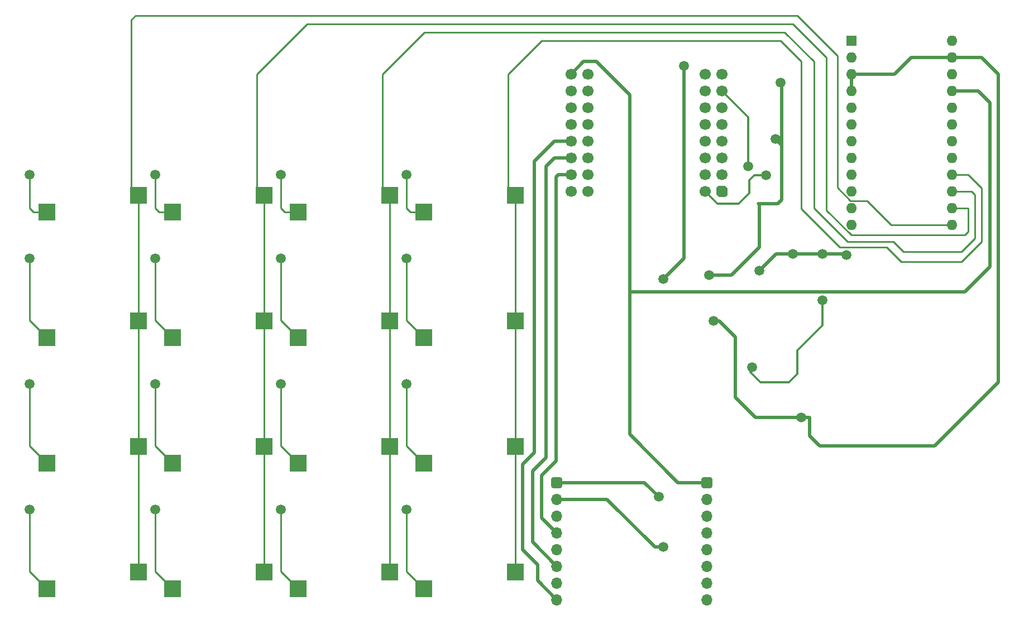
<source format=gbr>
%TF.GenerationSoftware,KiCad,Pcbnew,(6.0.1)*%
%TF.CreationDate,2022-11-10T11:11:30+08:00*%
%TF.ProjectId,Scroller1,5363726f-6c6c-4657-9231-2e6b69636164,rev?*%
%TF.SameCoordinates,Original*%
%TF.FileFunction,Copper,L2,Bot*%
%TF.FilePolarity,Positive*%
%FSLAX46Y46*%
G04 Gerber Fmt 4.6, Leading zero omitted, Abs format (unit mm)*
G04 Created by KiCad (PCBNEW (6.0.1)) date 2022-11-10 11:11:30*
%MOMM*%
%LPD*%
G01*
G04 APERTURE LIST*
G04 Aperture macros list*
%AMRoundRect*
0 Rectangle with rounded corners*
0 $1 Rounding radius*
0 $2 $3 $4 $5 $6 $7 $8 $9 X,Y pos of 4 corners*
0 Add a 4 corners polygon primitive as box body*
4,1,4,$2,$3,$4,$5,$6,$7,$8,$9,$2,$3,0*
0 Add four circle primitives for the rounded corners*
1,1,$1+$1,$2,$3*
1,1,$1+$1,$4,$5*
1,1,$1+$1,$6,$7*
1,1,$1+$1,$8,$9*
0 Add four rect primitives between the rounded corners*
20,1,$1+$1,$2,$3,$4,$5,0*
20,1,$1+$1,$4,$5,$6,$7,0*
20,1,$1+$1,$6,$7,$8,$9,0*
20,1,$1+$1,$8,$9,$2,$3,0*%
%AMFreePoly0*
4,1,19,-0.850000,0.510000,-0.510000,0.850000,0.255000,0.850000,0.408997,0.829726,0.552500,0.770285,0.675729,0.675729,0.770285,0.552500,0.829726,0.408997,0.850000,0.255000,0.850000,-0.510000,0.510000,-0.850000,-0.255000,-0.850000,-0.408997,-0.829726,-0.552500,-0.770285,-0.675729,-0.675729,-0.770285,-0.552500,-0.829726,-0.408997,-0.850000,-0.255000,-0.850000,0.510000,-0.850000,0.510000,
$1*%
G04 Aperture macros list end*
%TA.AperFunction,SMDPad,CuDef*%
%ADD10R,2.550000X2.500000*%
%TD*%
%TA.AperFunction,ComponentPad*%
%ADD11RoundRect,0.399500X0.450500X0.450500X-0.450500X0.450500X-0.450500X-0.450500X0.450500X-0.450500X0*%
%TD*%
%TA.AperFunction,ComponentPad*%
%ADD12O,1.700000X1.700000*%
%TD*%
%TA.AperFunction,ComponentPad*%
%ADD13FreePoly0,180.000000*%
%TD*%
%TA.AperFunction,ComponentPad*%
%ADD14C,1.700000*%
%TD*%
%TA.AperFunction,ComponentPad*%
%ADD15R,1.600000X1.600000*%
%TD*%
%TA.AperFunction,ComponentPad*%
%ADD16O,1.600000X1.600000*%
%TD*%
%TA.AperFunction,ViaPad*%
%ADD17C,1.500000*%
%TD*%
%TA.AperFunction,Conductor*%
%ADD18C,0.250000*%
%TD*%
%TA.AperFunction,Conductor*%
%ADD19C,0.300000*%
%TD*%
%TA.AperFunction,Conductor*%
%ADD20C,0.500000*%
%TD*%
G04 APERTURE END LIST*
D10*
%TO.P,SW_1_3,1,A*%
%TO.N,Net-(D1_3-Pad2)*%
X73152000Y-105029000D03*
%TO.P,SW_1_3,2,B*%
%TO.N,/Col 4*%
X87002000Y-102489000D03*
%TD*%
%TO.P,SW_0_0,1,A*%
%TO.N,Net-(D0_0-Pad2)*%
X130302000Y-85979000D03*
%TO.P,SW_0_0,2,B*%
%TO.N,/Col 1*%
X144152000Y-83439000D03*
%TD*%
%TO.P,SW_1_1,1,A*%
%TO.N,Net-(D1_1-Pad2)*%
X111252000Y-105029000D03*
%TO.P,SW_1_1,2,B*%
%TO.N,/Col 2*%
X125102000Y-102489000D03*
%TD*%
%TO.P,SW_1_0,1,A*%
%TO.N,Net-(D1_0-Pad2)*%
X130302000Y-105029000D03*
%TO.P,SW_1_0,2,B*%
%TO.N,/Col 1*%
X144152000Y-102489000D03*
%TD*%
%TO.P,SW_0_1,1,A*%
%TO.N,Net-(D0_1-Pad2)*%
X111252000Y-85979000D03*
%TO.P,SW_0_1,2,B*%
%TO.N,/Col 2*%
X125102000Y-83439000D03*
%TD*%
%TO.P,SW_3_0,1,A*%
%TO.N,Net-(D3_0-Pad2)*%
X130302000Y-143129000D03*
%TO.P,SW_3_0,2,B*%
%TO.N,/Col 1*%
X144152000Y-140589000D03*
%TD*%
%TO.P,SW_2_1,1,A*%
%TO.N,Net-(D2_1-Pad2)*%
X111252000Y-124079000D03*
%TO.P,SW_2_1,2,B*%
%TO.N,/Col 2*%
X125102000Y-121539000D03*
%TD*%
%TO.P,SW_1_2,1,A*%
%TO.N,Net-(D1_2-Pad2)*%
X92202000Y-105029000D03*
%TO.P,SW_1_2,2,B*%
%TO.N,/Col 3*%
X106052000Y-102489000D03*
%TD*%
%TO.P,SW_0_3,1,A*%
%TO.N,Net-(D0_3-Pad2)*%
X73152000Y-85979000D03*
%TO.P,SW_0_3,2,B*%
%TO.N,/Col 4*%
X87002000Y-83439000D03*
%TD*%
%TO.P,SW_3_2,1,A*%
%TO.N,Net-(D3_2-Pad2)*%
X92202000Y-143129000D03*
%TO.P,SW_3_2,2,B*%
%TO.N,/Col 3*%
X106052000Y-140589000D03*
%TD*%
%TO.P,SW_3_1,1,A*%
%TO.N,Net-(D3_1-Pad2)*%
X111252000Y-143129000D03*
%TO.P,SW_3_1,2,B*%
%TO.N,/Col 2*%
X125102000Y-140589000D03*
%TD*%
%TO.P,SW_2_2,1,A*%
%TO.N,Net-(D2_2-Pad2)*%
X92202000Y-124079000D03*
%TO.P,SW_2_2,2,B*%
%TO.N,/Col 3*%
X106052000Y-121539000D03*
%TD*%
%TO.P,SW_2_3,1,A*%
%TO.N,Net-(D2_3-Pad2)*%
X73152000Y-124079000D03*
%TO.P,SW_2_3,2,B*%
%TO.N,/Col 4*%
X87002000Y-121539000D03*
%TD*%
%TO.P,SW_0_2,1,A*%
%TO.N,Net-(D0_2-Pad2)*%
X92202000Y-85979000D03*
%TO.P,SW_0_2,2,B*%
%TO.N,/Col 3*%
X106052000Y-83439000D03*
%TD*%
%TO.P,SW_3_3,1,A*%
%TO.N,Net-(D3_3-Pad2)*%
X73152000Y-143129000D03*
%TO.P,SW_3_3,2,B*%
%TO.N,/Col 4*%
X87002000Y-140589000D03*
%TD*%
%TO.P,SW_2_0,1,A*%
%TO.N,Net-(D2_0-Pad2)*%
X130302000Y-124079000D03*
%TO.P,SW_2_0,2,B*%
%TO.N,/Col 1*%
X144152000Y-121539000D03*
%TD*%
D11*
%TO.P,TMC1,1,+VCC_IO*%
%TO.N,+3V3*%
X150472107Y-126961107D03*
D12*
%TO.P,TMC1,2,GND*%
%TO.N,GND*%
X150472107Y-129501107D03*
%TO.P,TMC1,3,UH_in*%
%TO.N,/UH_In*%
X150472107Y-132041107D03*
%TO.P,TMC1,4,UL_in*%
%TO.N,/UL_In*%
X150472107Y-134581107D03*
%TO.P,TMC1,5,VH_in*%
%TO.N,/VH_In*%
X150472107Y-137121107D03*
%TO.P,TMC1,6,VL_in*%
%TO.N,/VL_In*%
X150472107Y-139661107D03*
%TO.P,TMC1,7,WH_in*%
%TO.N,/WH_In*%
X150472107Y-142201107D03*
%TO.P,TMC1,8,WL_in*%
%TO.N,/WL_In*%
X150472107Y-144741107D03*
D11*
%TO.P,TMC1,9,+VBAT*%
%TO.N,+5V*%
X173272107Y-126961107D03*
D12*
%TO.P,TMC1,10,GND*%
%TO.N,GND*%
X173272107Y-129501107D03*
%TO.P,TMC1,11,GND*%
X173272107Y-132041107D03*
%TO.P,TMC1,12,W*%
%TO.N,/W_Out*%
X173272107Y-134581107D03*
%TO.P,TMC1,13,V*%
%TO.N,/V_Out*%
X173272107Y-137121107D03*
%TO.P,TMC1,14,W*%
%TO.N,/U_Out*%
X173272107Y-139661107D03*
%TO.P,TMC1,15,GND*%
%TO.N,GND*%
X173272107Y-142201107D03*
%TO.P,TMC1,16,DIAG*%
%TO.N,unconnected-(TMC1-Pad16)*%
X173272107Y-144741107D03*
%TD*%
D13*
%TO.P,ESP32,1,EN*%
%TO.N,unconnected-(ESP32-Pad1)*%
X175500000Y-82804000D03*
D14*
%TO.P,ESP32,2,GPIO3*%
%TO.N,unconnected-(ESP32-Pad2)*%
X175500000Y-80264000D03*
%TO.P,ESP32,3,GPIO5*%
%TO.N,unconnected-(ESP32-Pad3)*%
X175500000Y-77724000D03*
%TO.P,ESP32,4,GPIO7*%
%TO.N,unconnected-(ESP32-Pad4)*%
X175500000Y-75184000D03*
%TO.P,ESP32,5,GPIO9*%
%TO.N,unconnected-(ESP32-Pad5)*%
X175500000Y-72644000D03*
%TO.P,ESP32,6,GPIO11*%
%TO.N,Net-(ESP32-Pad6)*%
X175500000Y-70104000D03*
%TO.P,ESP32,7,GPIO12*%
%TO.N,SDA*%
X175500000Y-67564000D03*
%TO.P,ESP32,8,3V3*%
%TO.N,+3V3*%
X175500000Y-65024000D03*
%TO.P,ESP32,9,VBUS*%
%TO.N,+5V*%
X152640000Y-65024000D03*
%TO.P,ESP32,10,GND*%
%TO.N,GND*%
X152640000Y-67564000D03*
%TO.P,ESP32,11,XTAL_32K_N*%
%TO.N,unconnected-(ESP32-Pad11)*%
X152640000Y-70104000D03*
%TO.P,ESP32,12,DAC_2*%
%TO.N,unconnected-(ESP32-Pad12)*%
X152640000Y-72644000D03*
%TO.P,ESP32,13,GPIO33*%
%TO.N,/WL_In*%
X152640000Y-75184000D03*
%TO.P,ESP32,14,GPIO35*%
%TO.N,/VL_In*%
X152640000Y-77724000D03*
%TO.P,ESP32,15,GPIO37*%
%TO.N,/UL_In*%
X152640000Y-80264000D03*
%TO.P,ESP32,16,MTCK*%
%TO.N,Net-(ESP32-Pad16)*%
X152640000Y-82804000D03*
%TO.P,ESP32,17,GPIO1*%
%TO.N,Net-(ESP32-Pad17)*%
X172960000Y-82804000D03*
%TO.P,ESP32,18,GPIO2*%
%TO.N,unconnected-(ESP32-Pad18)*%
X172960000Y-80264000D03*
%TO.P,ESP32,19,GPIO4*%
%TO.N,CSn*%
X172960000Y-77724000D03*
%TO.P,ESP32,20,GPIO6*%
%TO.N,unconnected-(ESP32-Pad20)*%
X172960000Y-75184000D03*
%TO.P,ESP32,21,GPIO8*%
%TO.N,unconnected-(ESP32-Pad21)*%
X172960000Y-72644000D03*
%TO.P,ESP32,22,GPIO10*%
%TO.N,unconnected-(ESP32-Pad22)*%
X172960000Y-70104000D03*
%TO.P,ESP32,23,GPIO13*%
%TO.N,SCL*%
X172960000Y-67564000D03*
%TO.P,ESP32,24,GPIO14*%
%TO.N,unconnected-(ESP32-Pad24)*%
X172960000Y-65024000D03*
%TO.P,ESP32,25,XTAL_32K_P*%
%TO.N,unconnected-(ESP32-Pad25)*%
X155180000Y-65024000D03*
%TO.P,ESP32,26,GND*%
%TO.N,GND*%
X155180000Y-67564000D03*
%TO.P,ESP32,27,DAC_1*%
%TO.N,unconnected-(ESP32-Pad27)*%
X155180000Y-70104000D03*
%TO.P,ESP32,28,GPIO21*%
%TO.N,unconnected-(ESP32-Pad28)*%
X155180000Y-72644000D03*
%TO.P,ESP32,29,GPIO34*%
%TO.N,/WH_In*%
X155180000Y-75184000D03*
%TO.P,ESP32,30,GPIO36*%
%TO.N,/VH_In*%
X155180000Y-77724000D03*
%TO.P,ESP32,31,GPIO38*%
%TO.N,/UH_In*%
X155180000Y-80264000D03*
%TO.P,ESP32,32,MTDO*%
%TO.N,unconnected-(ESP32-Pad32)*%
X155180000Y-82804000D03*
%TD*%
D15*
%TO.P,QMK1,1,D1/TX*%
%TO.N,Net-(QMK1-Pad1)*%
X195185000Y-59944000D03*
D16*
%TO.P,QMK1,2,D0/RX*%
%TO.N,Net-(ESP32-Pad16)*%
X195185000Y-62484000D03*
%TO.P,QMK1,3,GND*%
%TO.N,GND*%
X195185000Y-65024000D03*
%TO.P,QMK1,4,GND*%
X195185000Y-67564000D03*
%TO.P,QMK1,5,D2*%
%TO.N,unconnected-(QMK1-Pad5)*%
X195185000Y-70104000D03*
%TO.P,QMK1,6,~D3*%
%TO.N,unconnected-(QMK1-Pad6)*%
X195185000Y-72644000D03*
%TO.P,QMK1,7,D4/A6*%
%TO.N,unconnected-(QMK1-Pad7)*%
X195185000Y-75184000D03*
%TO.P,QMK1,8,~D5*%
%TO.N,unconnected-(QMK1-Pad8)*%
X195185000Y-77724000D03*
%TO.P,QMK1,9,~D6/A7*%
%TO.N,unconnected-(QMK1-Pad9)*%
X195185000Y-80264000D03*
%TO.P,QMK1,10,D7*%
%TO.N,unconnected-(QMK1-Pad10)*%
X195185000Y-82804000D03*
%TO.P,QMK1,11,D8/A8*%
%TO.N,Net-(QMK1-Pad11)*%
X195185000Y-85344000D03*
%TO.P,QMK1,12,~D9/A9*%
%TO.N,unconnected-(QMK1-Pad12)*%
X195185000Y-87884000D03*
%TO.P,QMK1,13,~D10/A10*%
%TO.N,/Col 4*%
X210425000Y-87884000D03*
%TO.P,QMK1,14,D16*%
%TO.N,/Col 3*%
X210425000Y-85344000D03*
%TO.P,QMK1,15,D14*%
%TO.N,/Col 2*%
X210425000Y-82804000D03*
%TO.P,QMK1,16,D15*%
%TO.N,/Col 1*%
X210425000Y-80264000D03*
%TO.P,QMK1,17,D18/A0*%
%TO.N,/Row 4*%
X210425000Y-77724000D03*
%TO.P,QMK1,18,D19/A1*%
%TO.N,/Row 3*%
X210425000Y-75184000D03*
%TO.P,QMK1,19,D20/A2*%
%TO.N,/Row 2*%
X210425000Y-72644000D03*
%TO.P,QMK1,20,D21/A3*%
%TO.N,/Row 1*%
X210425000Y-70104000D03*
%TO.P,QMK1,21,VCC*%
%TO.N,+5V*%
X210425000Y-67564000D03*
%TO.P,QMK1,22,RST*%
%TO.N,unconnected-(QMK1-Pad22)*%
X210425000Y-65024000D03*
%TO.P,QMK1,23,GND*%
%TO.N,GND*%
X210425000Y-62484000D03*
%TO.P,QMK1,24,RAW*%
%TO.N,unconnected-(QMK1-Pad24)*%
X210425000Y-59944000D03*
%TD*%
D17*
%TO.N,Net-(D1_1-Pad2)*%
X108592000Y-92964000D03*
%TO.N,Net-(D2_1-Pad2)*%
X108592000Y-112014000D03*
%TO.N,Net-(D3_2-Pad2)*%
X89542000Y-131064000D03*
%TO.N,Net-(D3_1-Pad2)*%
X108592000Y-131064000D03*
%TO.N,Net-(D0_2-Pad2)*%
X89542000Y-80264000D03*
%TO.N,Net-(D0_1-Pad2)*%
X108592000Y-80264000D03*
%TO.N,Net-(D1_2-Pad2)*%
X89542000Y-92964000D03*
%TO.N,Net-(D3_0-Pad2)*%
X127642000Y-131064000D03*
%TO.N,Net-(D2_0-Pad2)*%
X127642000Y-112014000D03*
%TO.N,Net-(D2_2-Pad2)*%
X89542000Y-112014000D03*
%TO.N,Net-(D1_0-Pad2)*%
X127642000Y-92964000D03*
%TO.N,Net-(D3_3-Pad2)*%
X70492000Y-131064000D03*
%TO.N,Net-(D0_0-Pad2)*%
X127642000Y-80264000D03*
%TO.N,Net-(D1_3-Pad2)*%
X70492000Y-92964000D03*
%TO.N,Net-(D2_3-Pad2)*%
X70492000Y-112014000D03*
%TO.N,Net-(D0_3-Pad2)*%
X70492000Y-80264000D03*
%TO.N,GND*%
X174230000Y-102489000D03*
X166610000Y-136779000D03*
X183648575Y-74866500D03*
X187565000Y-117094000D03*
X173595000Y-95504000D03*
X184390000Y-66294000D03*
%TO.N,+3V3*%
X166610000Y-96139000D03*
X190740000Y-92329000D03*
X194407536Y-92471464D03*
X165975000Y-129159000D03*
X186295000Y-92329000D03*
X181215000Y-94869000D03*
X169785000Y-63754000D03*
%TO.N,SDA*%
X179521075Y-78994000D03*
%TO.N,Net-(ESP32-Pad17)*%
X182186555Y-80389480D03*
%TO.N,CSn*%
X180086000Y-109474000D03*
X190740000Y-99314000D03*
%TD*%
D18*
%TO.N,Net-(D1_3-Pad2)*%
X70492000Y-102369000D02*
X70492000Y-92964000D01*
X73152000Y-105029000D02*
X70492000Y-102369000D01*
%TO.N,Net-(D0_1-Pad2)*%
X111252000Y-85979000D02*
X109227000Y-85979000D01*
%TO.N,Net-(D1_0-Pad2)*%
X130302000Y-105029000D02*
X127642000Y-102369000D01*
%TO.N,Net-(D3_0-Pad2)*%
X130302000Y-143129000D02*
X127642000Y-140469000D01*
%TO.N,Net-(D3_3-Pad2)*%
X70492000Y-140469000D02*
X70492000Y-131064000D01*
%TO.N,Net-(D3_1-Pad2)*%
X108592000Y-140469000D02*
X108592000Y-139954000D01*
%TO.N,/Col 3*%
X106052000Y-121539000D02*
X106052000Y-102489000D01*
%TO.N,Net-(D0_1-Pad2)*%
X109227000Y-85979000D02*
X108592000Y-85344000D01*
%TO.N,Net-(D2_1-Pad2)*%
X111252000Y-124079000D02*
X108592000Y-121419000D01*
%TO.N,Net-(D0_2-Pad2)*%
X89542000Y-85344000D02*
X89542000Y-80264000D01*
%TO.N,Net-(D0_3-Pad2)*%
X73152000Y-85979000D02*
X71127000Y-85979000D01*
%TO.N,Net-(D3_2-Pad2)*%
X92202000Y-143129000D02*
X89542000Y-140469000D01*
%TO.N,Net-(D2_0-Pad2)*%
X127642000Y-121419000D02*
X127642000Y-112014000D01*
%TO.N,Net-(D2_2-Pad2)*%
X92202000Y-124079000D02*
X89542000Y-121419000D01*
%TO.N,Net-(D2_3-Pad2)*%
X73152000Y-124079000D02*
X70492000Y-121419000D01*
%TO.N,Net-(D1_0-Pad2)*%
X127642000Y-102369000D02*
X127642000Y-92964000D01*
%TO.N,/Col 3*%
X106052000Y-102489000D02*
X106052000Y-83439000D01*
%TO.N,Net-(D1_2-Pad2)*%
X92202000Y-105029000D02*
X89542000Y-102369000D01*
%TO.N,Net-(D0_1-Pad2)*%
X108592000Y-85344000D02*
X108592000Y-80264000D01*
%TO.N,Net-(D3_0-Pad2)*%
X127642000Y-140469000D02*
X127642000Y-131064000D01*
%TO.N,Net-(D0_0-Pad2)*%
X130302000Y-85979000D02*
X128277000Y-85979000D01*
%TO.N,/Col 2*%
X125102000Y-102489000D02*
X125102000Y-83439000D01*
%TO.N,Net-(D3_1-Pad2)*%
X108592000Y-139954000D02*
X108592000Y-131064000D01*
%TO.N,Net-(D1_1-Pad2)*%
X108592000Y-102369000D02*
X108592000Y-92964000D01*
%TO.N,Net-(D2_0-Pad2)*%
X130302000Y-124079000D02*
X127642000Y-121419000D01*
%TO.N,/Col 4*%
X87002000Y-102489000D02*
X87002000Y-83439000D01*
%TO.N,Net-(D3_3-Pad2)*%
X73152000Y-143129000D02*
X70492000Y-140469000D01*
%TO.N,Net-(D1_1-Pad2)*%
X111252000Y-105029000D02*
X108592000Y-102369000D01*
%TO.N,/Col 1*%
X144152000Y-121539000D02*
X144152000Y-102489000D01*
%TO.N,/Col 4*%
X87002000Y-121539000D02*
X87002000Y-102489000D01*
%TO.N,Net-(D0_0-Pad2)*%
X127642000Y-85344000D02*
X127642000Y-80264000D01*
%TO.N,Net-(D2_2-Pad2)*%
X89542000Y-121419000D02*
X89542000Y-112014000D01*
%TO.N,/Col 1*%
X144152000Y-140589000D02*
X144152000Y-121539000D01*
X144152000Y-102489000D02*
X144152000Y-83439000D01*
%TO.N,Net-(D3_2-Pad2)*%
X89542000Y-140469000D02*
X89542000Y-131064000D01*
%TO.N,Net-(D0_3-Pad2)*%
X71127000Y-85979000D02*
X70492000Y-85344000D01*
X70492000Y-85344000D02*
X70492000Y-80264000D01*
%TO.N,Net-(D2_3-Pad2)*%
X70492000Y-121419000D02*
X70492000Y-112014000D01*
%TO.N,Net-(D1_2-Pad2)*%
X89542000Y-102369000D02*
X89542000Y-92964000D01*
%TO.N,Net-(D0_0-Pad2)*%
X128277000Y-85979000D02*
X127642000Y-85344000D01*
%TO.N,/Col 3*%
X106052000Y-140589000D02*
X106052000Y-121539000D01*
%TO.N,/Col 2*%
X125102000Y-121539000D02*
X125102000Y-102489000D01*
%TO.N,Net-(D3_1-Pad2)*%
X111252000Y-143129000D02*
X108592000Y-140469000D01*
%TO.N,/Col 2*%
X125102000Y-140589000D02*
X125102000Y-121539000D01*
%TO.N,Net-(D2_1-Pad2)*%
X108592000Y-121419000D02*
X108592000Y-112014000D01*
%TO.N,/Col 4*%
X87002000Y-140589000D02*
X87002000Y-121539000D01*
%TO.N,Net-(D0_2-Pad2)*%
X90177000Y-85979000D02*
X89542000Y-85344000D01*
X92202000Y-85979000D02*
X90177000Y-85979000D01*
D19*
%TO.N,CSn*%
X179832000Y-110236000D02*
X179832000Y-109728000D01*
X181356000Y-111760000D02*
X179832000Y-110236000D01*
X186930000Y-110504000D02*
X185674000Y-111760000D01*
X185674000Y-111760000D02*
X181356000Y-111760000D01*
X179832000Y-109728000D02*
X180086000Y-109474000D01*
X186930000Y-106934000D02*
X186930000Y-110504000D01*
D20*
%TO.N,GND*%
X184601075Y-84074000D02*
X184601075Y-75819000D01*
X195185000Y-65024000D02*
X195185000Y-67564000D01*
X187565000Y-117094000D02*
X188835000Y-117094000D01*
X177546000Y-114060000D02*
X180580000Y-117094000D01*
X210425000Y-62484000D02*
X204216000Y-62484000D01*
X214870000Y-62484000D02*
X210425000Y-62484000D01*
X183966075Y-84709000D02*
X184601075Y-84074000D01*
X176982849Y-95504000D02*
X181215000Y-91271849D01*
X217410000Y-111774000D02*
X217410000Y-65024000D01*
X181215000Y-91271849D02*
X181215000Y-84709000D01*
X190366000Y-121412000D02*
X207772000Y-121412000D01*
X201676000Y-65024000D02*
X195185000Y-65024000D01*
X181003924Y-84709000D02*
X183966075Y-84709000D01*
X184601075Y-75819000D02*
X183648575Y-74866500D01*
X217410000Y-65024000D02*
X214870000Y-62484000D01*
X188835000Y-119881000D02*
X190366000Y-121412000D01*
X165340000Y-136779000D02*
X166610000Y-136779000D01*
X188835000Y-117094000D02*
X188835000Y-119881000D01*
X175133000Y-102489000D02*
X174230000Y-102489000D01*
X177546000Y-104902000D02*
X177546000Y-114060000D01*
X158062107Y-129501107D02*
X165340000Y-136779000D01*
X177546000Y-104902000D02*
X175133000Y-102489000D01*
X173595000Y-95504000D02*
X176982849Y-95504000D01*
X207772000Y-121412000D02*
X217410000Y-111774000D01*
X204216000Y-62484000D02*
X201676000Y-65024000D01*
X174230000Y-102489000D02*
X174230000Y-102630000D01*
X184601075Y-75819000D02*
X184601075Y-66294000D01*
X180580000Y-117094000D02*
X187565000Y-117094000D01*
X150472107Y-129501107D02*
X158062107Y-129501107D01*
%TO.N,+3V3*%
X169785000Y-92964000D02*
X166610000Y-96139000D01*
X194407536Y-92471464D02*
X194265072Y-92329000D01*
X150472107Y-126961107D02*
X163777107Y-126961107D01*
X183755000Y-92329000D02*
X181215000Y-94869000D01*
X186295000Y-92329000D02*
X190740000Y-92329000D01*
X169785000Y-63754000D02*
X169785000Y-92964000D01*
X194265072Y-92329000D02*
X190740000Y-92329000D01*
X186295000Y-92329000D02*
X183755000Y-92329000D01*
X163777107Y-126961107D02*
X165975000Y-129159000D01*
D19*
%TO.N,SDA*%
X179521075Y-78994000D02*
X179521075Y-71585075D01*
X179521075Y-71585075D02*
X175500000Y-67564000D01*
D20*
%TO.N,+5V*%
X214376000Y-67564000D02*
X210425000Y-67564000D01*
X216140000Y-69328000D02*
X216140000Y-94234000D01*
X161530000Y-68199000D02*
X156450000Y-63119000D01*
X214376000Y-67564000D02*
X216140000Y-69328000D01*
X212330000Y-98044000D02*
X161530000Y-98044000D01*
X168857107Y-126961107D02*
X173272107Y-126961107D01*
X154545000Y-63119000D02*
X152640000Y-65024000D01*
X161530000Y-119634000D02*
X168857107Y-126961107D01*
X161530000Y-98044000D02*
X161530000Y-119634000D01*
X161530000Y-98044000D02*
X161530000Y-68199000D01*
X156450000Y-63119000D02*
X154545000Y-63119000D01*
X216140000Y-94234000D02*
X212330000Y-98044000D01*
%TO.N,/WL_In*%
X145288000Y-137160000D02*
X145288000Y-124206000D01*
X147066000Y-78232000D02*
X150114000Y-75184000D01*
X147574000Y-139446000D02*
X145288000Y-137160000D01*
X145288000Y-124206000D02*
X147066000Y-122428000D01*
X147066000Y-122428000D02*
X147066000Y-78232000D01*
X147574000Y-141843000D02*
X147574000Y-139446000D01*
X150114000Y-75184000D02*
X152640000Y-75184000D01*
X150472107Y-144741107D02*
X147574000Y-141843000D01*
%TO.N,/VL_In*%
X146812000Y-136001000D02*
X146812000Y-125222000D01*
X150114000Y-77724000D02*
X152640000Y-77724000D01*
X150472107Y-139661107D02*
X146812000Y-136001000D01*
X146812000Y-125222000D02*
X148844000Y-123190000D01*
X148844000Y-78994000D02*
X150114000Y-77724000D01*
X148844000Y-123190000D02*
X148844000Y-78994000D01*
%TO.N,/UL_In*%
X150735000Y-80264000D02*
X152640000Y-80264000D01*
X150368000Y-123698000D02*
X150368000Y-80631000D01*
X150472107Y-134581107D02*
X148195000Y-132304000D01*
X148195000Y-125871000D02*
X150368000Y-123698000D01*
X150368000Y-80631000D02*
X150735000Y-80264000D01*
X148195000Y-132304000D02*
X148195000Y-125871000D01*
D19*
%TO.N,Net-(ESP32-Pad17)*%
X180454520Y-80389480D02*
X182186555Y-80389480D01*
X179705000Y-81139000D02*
X180454520Y-80389480D01*
X172960000Y-82804000D02*
X174865000Y-84709000D01*
X178040000Y-84709000D02*
X179705000Y-83044000D01*
X174865000Y-84709000D02*
X178040000Y-84709000D01*
X179705000Y-83044000D02*
X179705000Y-81139000D01*
%TO.N,CSn*%
X190740000Y-99314000D02*
X190740000Y-103124000D01*
X190740000Y-103124000D02*
X186930000Y-106934000D01*
D18*
%TO.N,/Col 4*%
X201168000Y-87884000D02*
X210425000Y-87884000D01*
X85965000Y-83439000D02*
X85965000Y-56769000D01*
X193040000Y-62244000D02*
X193040000Y-82249300D01*
X193040000Y-82249300D02*
X195010189Y-84219489D01*
X186930000Y-56134000D02*
X193040000Y-62244000D01*
X195010189Y-84219489D02*
X197503489Y-84219489D01*
X86600000Y-56134000D02*
X186930000Y-56134000D01*
X197503489Y-84219489D02*
X201168000Y-87884000D01*
X85965000Y-56769000D02*
X86600000Y-56134000D01*
%TO.N,/Col 3*%
X212852000Y-85344000D02*
X210425000Y-85344000D01*
X191375000Y-85664300D02*
X195118700Y-89408000D01*
X112635000Y-57404000D02*
X186295000Y-57404000D01*
X212344000Y-89408000D02*
X212852000Y-88900000D01*
X105015000Y-83439000D02*
X105015000Y-65024000D01*
X186295000Y-57404000D02*
X191375000Y-62484000D01*
X191375000Y-62484000D02*
X191375000Y-85664300D01*
X195118700Y-89408000D02*
X212344000Y-89408000D01*
X105015000Y-65024000D02*
X112635000Y-57404000D01*
X212852000Y-88900000D02*
X212852000Y-85344000D01*
%TO.N,/Col 2*%
X213868000Y-89916000D02*
X211836000Y-91948000D01*
X213868000Y-83312000D02*
X213868000Y-89916000D01*
X130415000Y-58674000D02*
X124065000Y-65024000D01*
X203009859Y-91948000D02*
X201485859Y-90424000D01*
X124065000Y-65024000D02*
X124065000Y-83439000D01*
X201485859Y-90424000D02*
X194564000Y-90424000D01*
X210425000Y-82804000D02*
X213360000Y-82804000D01*
X211836000Y-91948000D02*
X203009859Y-91948000D01*
X194564000Y-90424000D02*
X189470000Y-85330000D01*
X189470000Y-85330000D02*
X189470000Y-63119000D01*
X185025000Y-58674000D02*
X130415000Y-58674000D01*
X189470000Y-63119000D02*
X185025000Y-58674000D01*
X213360000Y-82804000D02*
X213868000Y-83312000D01*
%TO.N,/Col 1*%
X214884000Y-90424000D02*
X214884000Y-82296000D01*
X143115000Y-83439000D02*
X143115000Y-65024000D01*
X212852000Y-80264000D02*
X210425000Y-80264000D01*
X148195000Y-59944000D02*
X184390000Y-59944000D01*
X200474489Y-91254489D02*
X202692000Y-93472000D01*
X187565000Y-63119000D02*
X187565000Y-85457000D01*
X187565000Y-85457000D02*
X193362489Y-91254489D01*
X214884000Y-82296000D02*
X212852000Y-80264000D01*
X193362489Y-91254489D02*
X200474489Y-91254489D01*
X143115000Y-65024000D02*
X148195000Y-59944000D01*
X184390000Y-59944000D02*
X187565000Y-63119000D01*
X211836000Y-93472000D02*
X214884000Y-90424000D01*
X202692000Y-93472000D02*
X211836000Y-93472000D01*
%TD*%
M02*

</source>
